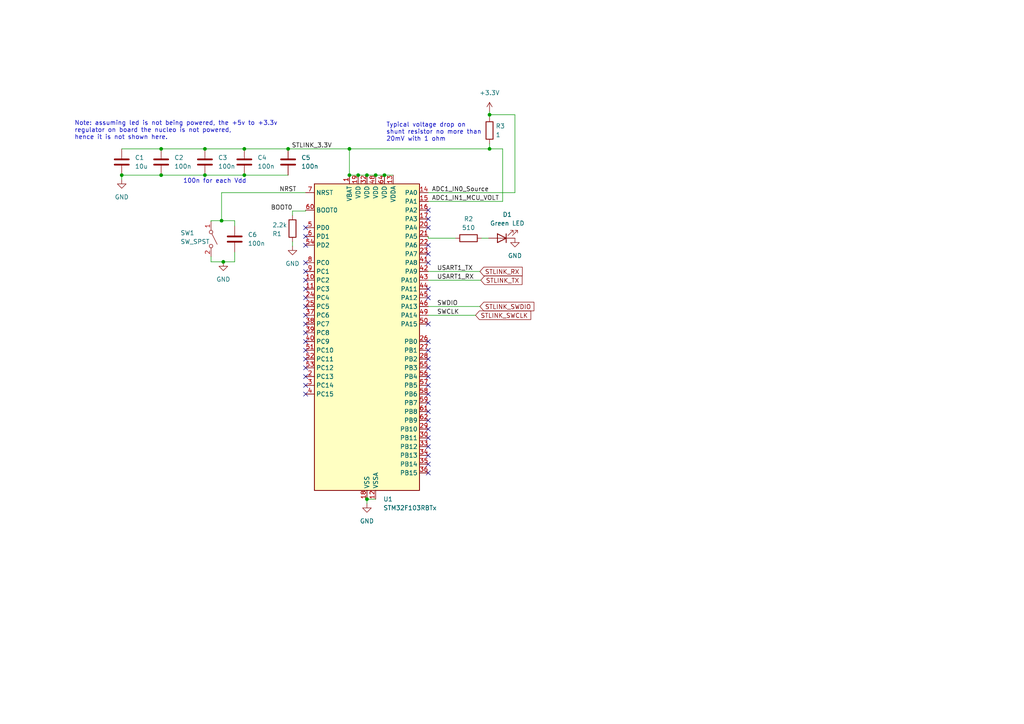
<source format=kicad_sch>
(kicad_sch (version 20230121) (generator eeschema)
  (paper "A4")
  (lib_symbols
    (symbol "Device:C" (pin_numbers hide) (pin_names (offset 0.254))
      (property "Reference" "C" (at 0.635 2.54 0))
      (property "Value" "C" (at 0.635 -2.54 0))
      (symbol "C_0_1"
        (polyline (pts (xy -2.032 -0.762) (xy 2.032 -0.762)) (stroke (width 0.508)))
        (polyline (pts (xy -2.032 0.762) (xy 2.032 0.762)) (stroke (width 0.508)))
      )
      (symbol "C_1_1"
        (pin passive line (at 0 3.81 270) (length 2.794) (name "~") (number "1"))
        (pin passive line (at 0 -3.81 90) (length 2.794) (name "~") (number "2"))
      )
    )
    (symbol "Device:LED" (pin_numbers hide) (pin_names (offset 1.016) hide)
      (property "Reference" "D" (at 0 2.54 0))
      (property "Value" "LED" (at 0 -2.54 0))
      (symbol "LED_0_1"
        (polyline (pts (xy -1.27 -1.27) (xy -1.27 1.27)) (stroke (width 0.254)))
        (polyline (pts (xy -1.27 0) (xy 1.27 0)))
        (polyline (pts (xy 1.27 -1.27) (xy 1.27 1.27) (xy -1.27 0) (xy 1.27 -1.27)) (stroke (width 0.254)))
        (polyline (pts (xy -3.048 -0.762) (xy -4.572 -2.286) (xy -3.81 -2.286) (xy -4.572 -2.286) (xy -4.572 -1.524)))
        (polyline (pts (xy -1.778 -0.762) (xy -3.302 -2.286) (xy -2.54 -2.286) (xy -3.302 -2.286) (xy -3.302 -1.524)))
      )
      (symbol "LED_1_1"
        (pin passive line (at -3.81 0 0) (length 2.54) (name "K") (number "1"))
        (pin passive line (at 3.81 0 180) (length 2.54) (name "A") (number "2"))
      )
    )
    (symbol "Device:R" (pin_numbers hide) (pin_names (offset 0))
      (property "Reference" "R" (at 2.032 0 90))
      (property "Value" "R" (at 0 0 90))
      (symbol "R_0_1"
        (rectangle (start -1.016 -2.54) (end 1.016 2.54) (stroke (width 0.254)))
      )
      (symbol "R_1_1"
        (pin passive line (at 0 3.81 270) (length 1.27) (name "~") (number "1"))
        (pin passive line (at 0 -3.81 90) (length 1.27) (name "~") (number "2"))
      )
    )
    (symbol "MCU_ST_STM32F1:STM32F103RBTx"
      (property "Reference" "U" (at -15.24 46.99 0))
      (property "Value" "STM32F103RBTx" (at 10.16 46.99 0))
      (symbol "STM32F103RBTx_0_1"
        (rectangle (start -15.24 -43.18) (end 15.24 45.72) (stroke (width 0.254)) (fill (type background)))
      )
      (symbol "STM32F103RBTx_1_1"
        (pin power_in line (at -5.08 48.26 270) (length 2.54) (name "VBAT") (number "1"))
        (pin bidirectional line (at -17.78 17.78 0) (length 2.54) (name "PC2") (number "10"))
        (pin bidirectional line (at -17.78 15.24 0) (length 2.54) (name "PC3") (number "11"))
        (pin power_in line (at 2.54 -45.72 90) (length 2.54) (name "VSSA") (number "12"))
        (pin power_in line (at 7.62 48.26 270) (length 2.54) (name "VDDA") (number "13"))
        (pin bidirectional line (at 17.78 43.18 180) (length 2.54) (name "PA0") (number "14"))
        (pin bidirectional line (at 17.78 40.64 180) (length 2.54) (name "PA1") (number "15"))
        (pin bidirectional line (at 17.78 38.1 180) (length 2.54) (name "PA2") (number "16"))
        (pin bidirectional line (at 17.78 35.56 180) (length 2.54) (name "PA3") (number "17"))
        (pin power_in line (at 0 -45.72 90) (length 2.54) (name "VSS") (number "18"))
        (pin power_in line (at -2.54 48.26 270) (length 2.54) (name "VDD") (number "19"))
        (pin bidirectional line (at -17.78 -10.16 0) (length 2.54) (name "PC13") (number "2"))
        (pin bidirectional line (at 17.78 33.02 180) (length 2.54) (name "PA4") (number "20"))
        (pin bidirectional line (at 17.78 30.48 180) (length 2.54) (name "PA5") (number "21"))
        (pin bidirectional line (at 17.78 27.94 180) (length 2.54) (name "PA6") (number "22"))
        (pin bidirectional line (at 17.78 25.4 180) (length 2.54) (name "PA7") (number "23"))
        (pin bidirectional line (at -17.78 12.7 0) (length 2.54) (name "PC4") (number "24"))
        (pin bidirectional line (at -17.78 10.16 0) (length 2.54) (name "PC5") (number "25"))
        (pin bidirectional line (at 17.78 0 180) (length 2.54) (name "PB0") (number "26"))
        (pin bidirectional line (at 17.78 -2.54 180) (length 2.54) (name "PB1") (number "27"))
        (pin bidirectional line (at 17.78 -5.08 180) (length 2.54) (name "PB2") (number "28"))
        (pin bidirectional line (at 17.78 -25.4 180) (length 2.54) (name "PB10") (number "29"))
        (pin bidirectional line (at -17.78 -12.7 0) (length 2.54) (name "PC14") (number "3"))
        (pin bidirectional line (at 17.78 -27.94 180) (length 2.54) (name "PB11") (number "30"))
        (pin passive line (at 0 -45.72 90) (length 2.54) hide (name "VSS") (number "31"))
        (pin power_in line (at 0 48.26 270) (length 2.54) (name "VDD") (number "32"))
        (pin bidirectional line (at 17.78 -30.48 180) (length 2.54) (name "PB12") (number "33"))
        (pin bidirectional line (at 17.78 -33.02 180) (length 2.54) (name "PB13") (number "34"))
        (pin bidirectional line (at 17.78 -35.56 180) (length 2.54) (name "PB14") (number "35"))
        (pin bidirectional line (at 17.78 -38.1 180) (length 2.54) (name "PB15") (number "36"))
        (pin bidirectional line (at -17.78 7.62 0) (length 2.54) (name "PC6") (number "37"))
        (pin bidirectional line (at -17.78 5.08 0) (length 2.54) (name "PC7") (number "38"))
        (pin bidirectional line (at -17.78 2.54 0) (length 2.54) (name "PC8") (number "39"))
        (pin bidirectional line (at -17.78 -15.24 0) (length 2.54) (name "PC15") (number "4"))
        (pin bidirectional line (at -17.78 0 0) (length 2.54) (name "PC9") (number "40"))
        (pin bidirectional line (at 17.78 22.86 180) (length 2.54) (name "PA8") (number "41"))
        (pin bidirectional line (at 17.78 20.32 180) (length 2.54) (name "PA9") (number "42"))
        (pin bidirectional line (at 17.78 17.78 180) (length 2.54) (name "PA10") (number "43"))
        (pin bidirectional line (at 17.78 15.24 180) (length 2.54) (name "PA11") (number "44"))
        (pin bidirectional line (at 17.78 12.7 180) (length 2.54) (name "PA12") (number "45"))
        (pin bidirectional line (at 17.78 10.16 180) (length 2.54) (name "PA13") (number "46"))
        (pin passive line (at 0 -45.72 90) (length 2.54) hide (name "VSS") (number "47"))
        (pin power_in line (at 2.54 48.26 270) (length 2.54) (name "VDD") (number "48"))
        (pin bidirectional line (at 17.78 7.62 180) (length 2.54) (name "PA14") (number "49"))
        (pin bidirectional line (at -17.78 33.02 0) (length 2.54) (name "PD0") (number "5"))
        (pin bidirectional line (at 17.78 5.08 180) (length 2.54) (name "PA15") (number "50"))
        (pin bidirectional line (at -17.78 -2.54 0) (length 2.54) (name "PC10") (number "51"))
        (pin bidirectional line (at -17.78 -5.08 0) (length 2.54) (name "PC11") (number "52"))
        (pin bidirectional line (at -17.78 -7.62 0) (length 2.54) (name "PC12") (number "53"))
        (pin bidirectional line (at -17.78 27.94 0) (length 2.54) (name "PD2") (number "54"))
        (pin bidirectional line (at 17.78 -7.62 180) (length 2.54) (name "PB3") (number "55"))
        (pin bidirectional line (at 17.78 -10.16 180) (length 2.54) (name "PB4") (number "56"))
        (pin bidirectional line (at 17.78 -12.7 180) (length 2.54) (name "PB5") (number "57"))
        (pin bidirectional line (at 17.78 -15.24 180) (length 2.54) (name "PB6") (number "58"))
        (pin bidirectional line (at 17.78 -17.78 180) (length 2.54) (name "PB7") (number "59"))
        (pin bidirectional line (at -17.78 30.48 0) (length 2.54) (name "PD1") (number "6"))
        (pin input line (at -17.78 38.1 0) (length 2.54) (name "BOOT0") (number "60"))
        (pin bidirectional line (at 17.78 -20.32 180) (length 2.54) (name "PB8") (number "61"))
        (pin bidirectional line (at 17.78 -22.86 180) (length 2.54) (name "PB9") (number "62"))
        (pin passive line (at 0 -45.72 90) (length 2.54) hide (name "VSS") (number "63"))
        (pin power_in line (at 5.08 48.26 270) (length 2.54) (name "VDD") (number "64"))
        (pin input line (at -17.78 43.18 0) (length 2.54) (name "NRST") (number "7"))
        (pin bidirectional line (at -17.78 22.86 0) (length 2.54) (name "PC0") (number "8"))
        (pin bidirectional line (at -17.78 20.32 0) (length 2.54) (name "PC1") (number "9"))
      )
    )
    (symbol "Switch:SW_SPST" (pin_names (offset 0) hide)
      (property "Reference" "SW" (at 0 3.175 0))
      (property "Value" "SW_SPST" (at 0 -2.54 0))
      (symbol "SW_SPST_0_0"
        (circle (center -2.032 0) (radius 0.508))
        (polyline (pts (xy -1.524 0.254) (xy 1.524 1.778)))
        (circle (center 2.032 0) (radius 0.508))
      )
      (symbol "SW_SPST_1_1"
        (pin passive line (at -5.08 0 0) (length 2.54) (name "A") (number "1"))
        (pin passive line (at 5.08 0 180) (length 2.54) (name "B") (number "2"))
      )
    )
    (symbol "power:+3.3V" (power) (pin_names (offset 0))
      (property "Value" "+3.3V" (at 0 3.556 0))
      (symbol "+3.3V_0_1"
        (polyline (pts (xy -0.762 1.27) (xy 0 2.54)))
        (polyline (pts (xy 0 0) (xy 0 2.54)))
        (polyline (pts (xy 0 2.54) (xy 0.762 1.27)))
      )
      (symbol "+3.3V_1_1"
        (pin power_in line (at 0 0 90) (length 0) hide (name "+3.3V") (number "1"))
      )
    )
    (symbol "power:GND" (power) (pin_names (offset 0))
      (property "Value" "GND" (at 0 -3.81 0))
      (symbol "GND_0_1"
        (polyline (pts (xy 0 0) (xy 0 -1.27) (xy 1.27 -1.27) (xy 0 -2.54) (xy -1.27 -1.27) (xy 0 -1.27)))
      )
      (symbol "GND_1_1"
        (pin power_in line (at 0 0 270) (length 0) hide (name "GND") (number "1"))
      )
    )
  )
  (junction (at 46.736 50.8))
  (junction (at 59.436 50.8))
  (junction (at 108.966 50.8))
  (junction (at 101.346 50.8))
  (junction (at 35.306 50.8))
  (junction (at 106.426 144.78))
  (junction (at 70.866 50.8))
  (junction (at 59.436 43.18))
  (junction (at 141.986 33.274))
  (junction (at 101.346 43.18))
  (junction (at 46.736 43.18))
  (junction (at 83.566 43.18))
  (junction (at 64.77 75.946))
  (junction (at 70.866 43.18))
  (junction (at 103.886 50.8))
  (junction (at 141.986 43.18))
  (junction (at 111.506 50.8))
  (junction (at 64.262 64.008))
  (junction (at 106.426 50.8))
  (no_connect (at 88.646 71.12))
  (no_connect (at 88.646 88.9))
  (no_connect (at 124.206 116.84))
  (no_connect (at 88.646 106.68))
  (no_connect (at 88.646 101.6))
  (no_connect (at 124.206 121.92))
  (no_connect (at 124.206 101.6))
  (no_connect (at 88.646 83.82))
  (no_connect (at 124.206 86.36))
  (no_connect (at 88.646 86.36))
  (no_connect (at 124.206 109.22))
  (no_connect (at 88.646 96.52))
  (no_connect (at 124.206 93.98))
  (no_connect (at 124.206 127))
  (no_connect (at 124.206 76.2))
  (no_connect (at 124.206 99.06))
  (no_connect (at 88.646 81.28))
  (no_connect (at 124.206 106.68))
  (no_connect (at 124.206 104.14))
  (no_connect (at 124.206 71.12))
  (no_connect (at 88.646 91.44))
  (no_connect (at 124.206 63.5))
  (no_connect (at 88.646 109.22))
  (no_connect (at 124.206 119.38))
  (no_connect (at 88.646 76.2))
  (no_connect (at 124.206 134.62))
  (no_connect (at 88.646 111.76))
  (no_connect (at 124.206 132.08))
  (no_connect (at 124.206 124.46))
  (no_connect (at 88.646 104.14))
  (no_connect (at 124.206 129.54))
  (no_connect (at 124.206 137.16))
  (no_connect (at 88.646 68.58))
  (no_connect (at 124.206 114.3))
  (no_connect (at 124.206 111.76))
  (no_connect (at 124.206 83.82))
  (no_connect (at 88.646 93.98))
  (no_connect (at 124.206 60.96))
  (no_connect (at 88.646 66.04))
  (no_connect (at 124.206 73.66))
  (no_connect (at 88.646 78.74))
  (no_connect (at 88.646 114.3))
  (no_connect (at 124.206 66.04))
  (no_connect (at 88.646 99.06))
  (wire (pts (xy 64.262 55.88) (xy 88.646 55.88)))
  (wire (pts (xy 149.352 33.274) (xy 141.986 33.274)))
  (wire (pts (xy 35.306 50.8) (xy 46.736 50.8)))
  (wire (pts (xy 106.426 50.8) (xy 108.966 50.8)))
  (wire (pts (xy 64.262 55.88) (xy 64.262 64.008)))
  (wire (pts (xy 103.886 50.8) (xy 106.426 50.8)))
  (wire (pts (xy 101.346 50.8) (xy 101.346 43.18)))
  (wire (pts (xy 106.426 144.78) (xy 106.426 146.05)))
  (wire (pts (xy 83.566 43.18) (xy 101.346 43.18)))
  (wire (pts (xy 64.262 64.008) (xy 61.214 64.008)))
  (wire (pts (xy 61.214 64.008) (xy 61.214 64.262)))
  (wire (pts (xy 141.986 32.258) (xy 141.986 33.274)))
  (wire (pts (xy 84.836 61.214) (xy 84.836 62.484)))
  (wire (pts (xy 111.506 50.8) (xy 114.046 50.8)))
  (wire (pts (xy 108.966 50.8) (xy 111.506 50.8)))
  (wire (pts (xy 132.08 69.088) (xy 124.206 69.088)))
  (wire (pts (xy 145.796 58.42) (xy 145.796 43.18)))
  (wire (pts (xy 141.986 33.274) (xy 141.986 34.036)))
  (wire (pts (xy 124.206 78.74) (xy 139.192 78.74)))
  (wire (pts (xy 61.214 75.946) (xy 61.214 74.422)))
  (wire (pts (xy 88.646 61.214) (xy 88.646 60.96)))
  (wire (pts (xy 64.262 64.008) (xy 68.072 64.008)))
  (wire (pts (xy 46.736 50.8) (xy 59.436 50.8)))
  (wire (pts (xy 139.446 81.28) (xy 124.206 81.28)))
  (wire (pts (xy 68.072 73.152) (xy 68.072 75.946)))
  (wire (pts (xy 64.77 75.946) (xy 61.214 75.946)))
  (wire (pts (xy 64.77 75.946) (xy 68.072 75.946)))
  (wire (pts (xy 141.986 43.18) (xy 101.346 43.18)))
  (wire (pts (xy 84.836 61.214) (xy 88.646 61.214)))
  (wire (pts (xy 59.436 50.8) (xy 70.866 50.8)))
  (wire (pts (xy 70.866 50.8) (xy 83.566 50.8)))
  (wire (pts (xy 68.072 64.008) (xy 68.072 65.532)))
  (wire (pts (xy 108.966 144.78) (xy 106.426 144.78)))
  (wire (pts (xy 35.306 43.18) (xy 46.736 43.18)))
  (wire (pts (xy 145.796 43.18) (xy 141.986 43.18)))
  (wire (pts (xy 137.922 91.44) (xy 124.206 91.44)))
  (wire (pts (xy 124.206 55.88) (xy 149.352 55.88)))
  (wire (pts (xy 124.206 88.9) (xy 139.192 88.9)))
  (wire (pts (xy 35.306 50.8) (xy 35.306 52.07)))
  (wire (pts (xy 70.866 43.18) (xy 83.566 43.18)))
  (wire (pts (xy 124.206 69.088) (xy 124.206 68.58)))
  (wire (pts (xy 141.986 41.656) (xy 141.986 43.18)))
  (wire (pts (xy 84.836 70.104) (xy 84.836 71.374)))
  (wire (pts (xy 149.352 55.88) (xy 149.352 33.274)))
  (wire (pts (xy 101.346 50.8) (xy 103.886 50.8)))
  (wire (pts (xy 139.7 69.088) (xy 141.732 69.088)))
  (wire (pts (xy 46.736 43.18) (xy 59.436 43.18)))
  (wire (pts (xy 124.206 58.42) (xy 145.796 58.42)))
  (wire (pts (xy 59.436 43.18) (xy 70.866 43.18)))
  (text "100n for each Vdd" (at 53.086 53.34 0) (effects (font (size 1.27 1.27)) (justify left bottom)))
  (text "Note: assuming led is not being powered, the +5v to +3.3v \nregulator on board the nucleo is not powered,\nhence it is not shown here." (at 21.59 40.64 0) (effects (font (size 1.27 1.27)) (justify left bottom)))
  (text "Typical voltage drop on\nshunt resistor no more than\n20mV with 1 ohm" (at 112.014 41.148 0) (effects (font (size 1.27 1.27)) (justify left bottom)))
  (label "STLINK_3.3V" (at 84.582 43.18 0))
  (label "NRST" (at 81.026 55.88 0))
  (label "ADC1_IN1_MCU_VOLT" (at 125.222 58.42 0))
  (label "BOOT0" (at 84.836 61.214 180))
  (label "SWDIO" (at 126.746 88.9 0))
  (label "ADC1_IN0_Source" (at 125.222 55.88 0))
  (label "SWCLK" (at 126.746 91.44 0))
  (label "USART1_RX" (at 126.746 81.28 0))
  (label "USART1_TX" (at 126.746 78.74 0))
  (global_label "STLINK_SWCLK" (shape input) (at 137.922 91.44 0) (property "Intersheetrefs" "${INTERSHEET_REFS}" (effects hide)))
  (global_label "STLINK_RX" (shape input) (at 139.192 78.74 0) (property "Intersheetrefs" "${INTERSHEET_REFS}" (effects hide)))
  (global_label "STLINK_TX" (shape input) (at 139.446 81.28 0) (property "Intersheetrefs" "${INTERSHEET_REFS}" (effects hide)))
  (global_label "STLINK_SWDIO" (shape input) (at 139.192 88.9 0) (property "Intersheetrefs" "${INTERSHEET_REFS}" (effects hide)))
  (symbol (lib_id "Device:C") (at 46.736 46.99 0) (unit 1)
    (property "Reference" "C2" (at 50.546 45.72 0) (effects (justify left)))
    (property "Value" "100n" (at 50.546 48.26 0) (effects (justify left)))
    (property "Footprint" "Resistor_SMD:R_0402_1005Metric" (effects hide))
  )
  (symbol (lib_id "MCU_ST_STM32F1:STM32F103RBTx") (at 106.426 99.06 0) (unit 1)
    (property "Reference" "U1" (at 111.1601 144.78 0) (effects (justify left)))
    (property "Value" "STM32F103RBTx" (at 111.1601 147.32 0) (effects (justify left)))
    (property "Footprint" "Package_QFP:LQFP-64_10x10mm_P0.5mm" (effects hide))
    (property "Datasheet" "https://www.st.com/resource/en/datasheet/stm32f103rb.pdf" (effects hide))
  )
  (symbol (lib_id "power:GND") (at 149.352 69.088 0) (unit 1)
    (property "Reference" "#PWR05" (effects hide))
    (property "Value" "GND" (at 149.352 74.168 0))
  )
  (symbol (lib_id "power:GND") (at 84.836 71.374 0) (unit 1)
    (property "Reference" "#PWR03" (effects hide))
    (property "Value" "GND" (at 84.836 76.454 0))
  )
  (symbol (lib_id "Device:C") (at 59.436 46.99 0) (unit 1)
    (property "Reference" "C3" (at 63.246 45.72 0) (effects (justify left)))
    (property "Value" "100n" (at 63.246 48.26 0) (effects (justify left)))
    (property "Footprint" "Capacitor_SMD:C_0402_1005Metric" (effects hide))
  )
  (symbol (lib_id "Device:R") (at 84.836 66.294 0) (unit 1)
    (property "Reference" "R1" (at 78.994 67.818 0) (effects (justify left)))
    (property "Value" "2.2k" (at 78.994 65.278 0) (effects (justify left)))
    (property "Footprint" "Resistor_SMD:R_0402_1005Metric" (effects hide))
  )
  (symbol (lib_id "Device:R") (at 135.89 69.088 270) (unit 1)
    (property "Reference" "R2" (at 135.89 63.5 90))
    (property "Value" "510" (at 135.89 66.04 90))
  )
  (symbol (lib_id "power:GND") (at 106.426 146.05 0) (unit 1)
    (property "Reference" "#PWR06" (effects hide))
    (property "Value" "GND" (at 106.426 151.13 0))
  )
  (symbol (lib_id "Device:R") (at 141.986 37.846 0) (unit 1)
    (property "Reference" "R3" (at 143.764 36.576 0) (effects (justify left)))
    (property "Value" "1" (at 143.764 39.116 0) (effects (justify left)))
  )
  (symbol (lib_id "power:GND") (at 35.306 52.07 0) (unit 1)
    (property "Reference" "#PWR02" (effects hide))
    (property "Value" "GND" (at 35.306 57.15 0))
  )
  (symbol (lib_id "Switch:SW_SPST") (at 61.214 69.342 270) (unit 1)
    (property "Reference" "SW1" (at 52.324 67.564 90) (effects (justify left)))
    (property "Value" "SW_SPST" (at 52.324 70.104 90) (effects (justify left)))
  )
  (symbol (lib_id "Device:LED") (at 145.542 69.088 180) (unit 1)
    (property "Reference" "D1" (at 147.1295 62.23 0))
    (property "Value" "Green LED" (at 147.1295 64.77 0))
  )
  (symbol (lib_id "power:GND") (at 64.77 75.946 0) (unit 1)
    (property "Reference" "#PWR04" (effects hide))
    (property "Value" "GND" (at 64.77 81.026 0))
  )
  (symbol (lib_id "Device:C") (at 35.306 46.99 0) (unit 1)
    (property "Reference" "C1" (at 39.116 45.72 0) (effects (justify left)))
    (property "Value" "10u" (at 39.116 48.26 0) (effects (justify left)))
    (property "Footprint" "Capacitor_SMD:C_0603_1608Metric" (effects hide))
  )
  (symbol (lib_id "Device:C") (at 70.866 46.99 0) (unit 1)
    (property "Reference" "C4" (at 74.676 45.72 0) (effects (justify left)))
    (property "Value" "100n" (at 74.676 48.26 0) (effects (justify left)))
    (property "Footprint" "Capacitor_SMD:C_0402_1005Metric" (effects hide))
  )
  (symbol (lib_id "Device:C") (at 83.566 46.99 0) (unit 1)
    (property "Reference" "C5" (at 87.376 45.72 0) (effects (justify left)))
    (property "Value" "100n" (at 87.376 48.26 0) (effects (justify left)))
    (property "Footprint" "Capacitor_SMD:C_0402_1005Metric" (effects hide))
  )
  (symbol (lib_id "power:+3.3V") (at 141.986 32.258 0) (unit 1)
    (property "Reference" "#PWR01" (effects hide))
    (property "Value" "+3.3V" (at 141.986 26.924 0))
  )
  (symbol (lib_id "Device:C") (at 68.072 69.342 0) (unit 1)
    (property "Reference" "C6" (at 71.882 68.072 0) (effects (justify left)))
    (property "Value" "100n" (at 71.882 70.612 0) (effects (justify left)))
    (property "Footprint" "Resistor_SMD:R_0402_1005Metric" (effects hide))
  )
)
</source>
